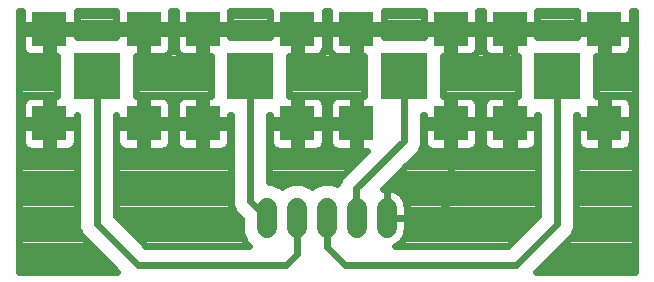
<source format=gbr>
G75*
%MOIN*%
%OFA0B0*%
%FSLAX25Y25*%
%IPPOS*%
%LPD*%
%AMOC8*
5,1,8,0,0,1.08239X$1,22.5*
%
%ADD10R,0.11811X0.11811*%
%ADD11R,0.15748X0.15748*%
%ADD12C,0.06693*%
%ADD13C,0.02400*%
D10*
X0042123Y0061255D03*
X0073619Y0061255D03*
X0093304Y0061255D03*
X0124800Y0061255D03*
X0144485Y0061255D03*
X0175981Y0061255D03*
X0195666Y0061255D03*
X0227162Y0061255D03*
X0227162Y0092751D03*
X0195666Y0092751D03*
X0175981Y0092751D03*
X0144485Y0092751D03*
X0124800Y0092751D03*
X0093304Y0092751D03*
X0073619Y0092751D03*
X0042123Y0092751D03*
D11*
X0057871Y0077003D03*
X0109052Y0077003D03*
X0160233Y0077003D03*
X0211414Y0077003D03*
D12*
X0154642Y0033106D02*
X0154642Y0026413D01*
X0144642Y0026413D02*
X0144642Y0033106D01*
X0134642Y0033106D02*
X0134642Y0026413D01*
X0124642Y0026413D02*
X0124642Y0033106D01*
X0114642Y0033106D02*
X0114642Y0026413D01*
D13*
X0032075Y0011837D02*
X0032075Y0098862D01*
X0033017Y0098862D01*
X0033017Y0093951D01*
X0040923Y0093951D01*
X0040923Y0091551D01*
X0043323Y0091551D01*
X0043323Y0093951D01*
X0051228Y0093951D01*
X0051228Y0098862D01*
X0064513Y0098862D01*
X0064513Y0093951D01*
X0072419Y0093951D01*
X0072419Y0091551D01*
X0074819Y0091551D01*
X0074819Y0093951D01*
X0082724Y0093951D01*
X0082724Y0098862D01*
X0084198Y0098862D01*
X0084198Y0093951D01*
X0092104Y0093951D01*
X0092104Y0091551D01*
X0094504Y0091551D01*
X0094504Y0093951D01*
X0102409Y0093951D01*
X0102409Y0098862D01*
X0115694Y0098862D01*
X0115694Y0093951D01*
X0123600Y0093951D01*
X0123600Y0091551D01*
X0126000Y0091551D01*
X0126000Y0093951D01*
X0133905Y0093951D01*
X0133905Y0098862D01*
X0135379Y0098862D01*
X0135379Y0093951D01*
X0143285Y0093951D01*
X0143285Y0091551D01*
X0145685Y0091551D01*
X0145685Y0083646D01*
X0147159Y0083646D01*
X0147159Y0070361D01*
X0145685Y0070361D01*
X0145685Y0062455D01*
X0143285Y0062455D01*
X0143285Y0060055D01*
X0145685Y0060055D01*
X0145685Y0052150D01*
X0147982Y0052150D01*
X0140860Y0045027D01*
X0139059Y0043227D01*
X0138105Y0040922D01*
X0136342Y0041652D01*
X0132942Y0041652D01*
X0129801Y0040351D01*
X0129642Y0040192D01*
X0129484Y0040351D01*
X0126342Y0041652D01*
X0122942Y0041652D01*
X0119801Y0040351D01*
X0119642Y0040192D01*
X0119484Y0040351D01*
X0116342Y0041652D01*
X0115452Y0041652D01*
X0115452Y0063929D01*
X0115694Y0063929D01*
X0115694Y0062455D01*
X0123600Y0062455D01*
X0123600Y0070361D01*
X0122126Y0070361D01*
X0122126Y0083646D01*
X0123600Y0083646D01*
X0123600Y0091551D01*
X0115694Y0091551D01*
X0115694Y0090077D01*
X0102409Y0090077D01*
X0102409Y0091551D01*
X0094504Y0091551D01*
X0094504Y0083646D01*
X0095978Y0083646D01*
X0095978Y0070361D01*
X0094504Y0070361D01*
X0094504Y0062455D01*
X0102409Y0062455D01*
X0102409Y0063929D01*
X0102652Y0063929D01*
X0102652Y0034077D01*
X0103626Y0031724D01*
X0106096Y0029255D01*
X0106096Y0024713D01*
X0107397Y0021571D01*
X0108557Y0020411D01*
X0074301Y0020411D01*
X0064271Y0030442D01*
X0064271Y0063929D01*
X0064513Y0063929D01*
X0064513Y0062455D01*
X0072419Y0062455D01*
X0072419Y0070361D01*
X0070945Y0070361D01*
X0070945Y0083646D01*
X0072419Y0083646D01*
X0072419Y0091551D01*
X0064513Y0091551D01*
X0064513Y0090077D01*
X0051228Y0090077D01*
X0051228Y0091551D01*
X0043323Y0091551D01*
X0043323Y0083646D01*
X0044797Y0083646D01*
X0044797Y0070361D01*
X0043323Y0070361D01*
X0043323Y0062455D01*
X0051228Y0062455D01*
X0051228Y0063929D01*
X0051471Y0063929D01*
X0051471Y0026518D01*
X0052445Y0024165D01*
X0054245Y0022365D01*
X0064773Y0011837D01*
X0032075Y0011837D01*
X0032075Y0013333D02*
X0063278Y0013333D01*
X0060879Y0015731D02*
X0032075Y0015731D01*
X0032075Y0018130D02*
X0058481Y0018130D01*
X0056082Y0020528D02*
X0032075Y0020528D01*
X0032075Y0022927D02*
X0053684Y0022927D01*
X0051965Y0025325D02*
X0032075Y0025325D01*
X0032075Y0027724D02*
X0051471Y0027724D01*
X0051471Y0030122D02*
X0032075Y0030122D01*
X0032075Y0032521D02*
X0051471Y0032521D01*
X0051471Y0034919D02*
X0032075Y0034919D01*
X0032075Y0037318D02*
X0051471Y0037318D01*
X0051471Y0039716D02*
X0032075Y0039716D01*
X0032075Y0042115D02*
X0051471Y0042115D01*
X0051471Y0044513D02*
X0032075Y0044513D01*
X0032075Y0046912D02*
X0051471Y0046912D01*
X0051471Y0049310D02*
X0032075Y0049310D01*
X0032075Y0051709D02*
X0051471Y0051709D01*
X0050068Y0052864D02*
X0050514Y0053310D01*
X0050864Y0053834D01*
X0051105Y0054416D01*
X0051228Y0055034D01*
X0051228Y0060055D01*
X0043323Y0060055D01*
X0043323Y0062455D01*
X0040923Y0062455D01*
X0040923Y0070361D01*
X0035902Y0070361D01*
X0035284Y0070238D01*
X0034701Y0069996D01*
X0034177Y0069646D01*
X0033732Y0069201D01*
X0033381Y0068676D01*
X0033140Y0068094D01*
X0033017Y0067476D01*
X0033017Y0062455D01*
X0040923Y0062455D01*
X0040923Y0060055D01*
X0043323Y0060055D01*
X0043323Y0052150D01*
X0048343Y0052150D01*
X0048962Y0052273D01*
X0049544Y0052514D01*
X0050068Y0052864D01*
X0050977Y0054107D02*
X0051471Y0054107D01*
X0051471Y0056506D02*
X0051228Y0056506D01*
X0051228Y0058904D02*
X0051471Y0058904D01*
X0051471Y0061303D02*
X0043323Y0061303D01*
X0040923Y0061303D02*
X0032075Y0061303D01*
X0033017Y0060055D02*
X0033017Y0055034D01*
X0033140Y0054416D01*
X0033381Y0053834D01*
X0033732Y0053310D01*
X0034177Y0052864D01*
X0034701Y0052514D01*
X0035284Y0052273D01*
X0035902Y0052150D01*
X0040923Y0052150D01*
X0040923Y0060055D01*
X0033017Y0060055D01*
X0033017Y0058904D02*
X0032075Y0058904D01*
X0032075Y0056506D02*
X0033017Y0056506D01*
X0033268Y0054107D02*
X0032075Y0054107D01*
X0040923Y0054107D02*
X0043323Y0054107D01*
X0043323Y0056506D02*
X0040923Y0056506D01*
X0040923Y0058904D02*
X0043323Y0058904D01*
X0043323Y0063701D02*
X0040923Y0063701D01*
X0040923Y0066100D02*
X0043323Y0066100D01*
X0043323Y0068498D02*
X0040923Y0068498D01*
X0044797Y0070897D02*
X0032075Y0070897D01*
X0032075Y0068498D02*
X0033308Y0068498D01*
X0033017Y0066100D02*
X0032075Y0066100D01*
X0032075Y0063701D02*
X0033017Y0063701D01*
X0032075Y0073295D02*
X0044797Y0073295D01*
X0044797Y0075694D02*
X0032075Y0075694D01*
X0032075Y0078092D02*
X0044797Y0078092D01*
X0044797Y0080491D02*
X0032075Y0080491D01*
X0032075Y0082889D02*
X0044797Y0082889D01*
X0040923Y0083646D02*
X0040923Y0091551D01*
X0033017Y0091551D01*
X0033017Y0086530D01*
X0033140Y0085912D01*
X0033381Y0085330D01*
X0033732Y0084806D01*
X0034177Y0084360D01*
X0034701Y0084010D01*
X0035284Y0083769D01*
X0035902Y0083646D01*
X0040923Y0083646D01*
X0040923Y0085288D02*
X0043323Y0085288D01*
X0043323Y0087686D02*
X0040923Y0087686D01*
X0040923Y0090085D02*
X0043323Y0090085D01*
X0043323Y0092483D02*
X0072419Y0092483D01*
X0074819Y0092483D02*
X0092104Y0092483D01*
X0092104Y0091551D02*
X0084198Y0091551D01*
X0084198Y0086530D01*
X0084321Y0085912D01*
X0084562Y0085330D01*
X0084913Y0084806D01*
X0085358Y0084360D01*
X0085883Y0084010D01*
X0086465Y0083769D01*
X0087083Y0083646D01*
X0092104Y0083646D01*
X0092104Y0091551D01*
X0092104Y0090085D02*
X0094504Y0090085D01*
X0094504Y0092483D02*
X0123600Y0092483D01*
X0126000Y0092483D02*
X0143285Y0092483D01*
X0143285Y0091551D02*
X0135379Y0091551D01*
X0135379Y0086530D01*
X0135502Y0085912D01*
X0135744Y0085330D01*
X0136094Y0084806D01*
X0136540Y0084360D01*
X0137064Y0084010D01*
X0137646Y0083769D01*
X0138264Y0083646D01*
X0143285Y0083646D01*
X0143285Y0091551D01*
X0143285Y0090085D02*
X0145685Y0090085D01*
X0145685Y0091551D02*
X0145685Y0093951D01*
X0153590Y0093951D01*
X0153590Y0098862D01*
X0166875Y0098862D01*
X0166875Y0093951D01*
X0174781Y0093951D01*
X0174781Y0091551D01*
X0177181Y0091551D01*
X0177181Y0083646D01*
X0182202Y0083646D01*
X0182820Y0083769D01*
X0183402Y0084010D01*
X0183926Y0084360D01*
X0184372Y0084806D01*
X0184722Y0085330D01*
X0184963Y0085912D01*
X0185086Y0086530D01*
X0185086Y0091551D01*
X0177181Y0091551D01*
X0177181Y0093951D01*
X0185086Y0093951D01*
X0185086Y0098862D01*
X0186560Y0098862D01*
X0186560Y0093951D01*
X0194466Y0093951D01*
X0194466Y0091551D01*
X0196866Y0091551D01*
X0196866Y0083646D01*
X0198340Y0083646D01*
X0198340Y0070361D01*
X0196866Y0070361D01*
X0196866Y0062455D01*
X0204772Y0062455D01*
X0204772Y0063929D01*
X0205014Y0063929D01*
X0205014Y0030442D01*
X0194984Y0020411D01*
X0157260Y0020411D01*
X0157544Y0020529D01*
X0158287Y0020958D01*
X0158968Y0021480D01*
X0159575Y0022087D01*
X0160097Y0022768D01*
X0160526Y0023511D01*
X0160855Y0024304D01*
X0161077Y0025133D01*
X0161189Y0025984D01*
X0161189Y0029759D01*
X0154643Y0029759D01*
X0161189Y0029759D01*
X0161189Y0033535D01*
X0161077Y0034385D01*
X0160855Y0035214D01*
X0160526Y0036007D01*
X0160097Y0036750D01*
X0159575Y0037431D01*
X0158968Y0038038D01*
X0158287Y0038560D01*
X0157544Y0038989D01*
X0156751Y0039318D01*
X0155922Y0039540D01*
X0155071Y0039652D01*
X0154642Y0039652D01*
X0154213Y0039652D01*
X0153491Y0039557D01*
X0165659Y0051724D01*
X0166633Y0054077D01*
X0166633Y0063929D01*
X0166875Y0063929D01*
X0166875Y0062455D01*
X0174781Y0062455D01*
X0174781Y0060055D01*
X0177181Y0060055D01*
X0177181Y0052150D01*
X0182202Y0052150D01*
X0182820Y0052273D01*
X0183402Y0052514D01*
X0183926Y0052864D01*
X0184372Y0053310D01*
X0184722Y0053834D01*
X0184963Y0054416D01*
X0185086Y0055034D01*
X0185086Y0060055D01*
X0177181Y0060055D01*
X0177181Y0062455D01*
X0185086Y0062455D01*
X0185086Y0067476D01*
X0184963Y0068094D01*
X0184722Y0068676D01*
X0184372Y0069201D01*
X0183926Y0069646D01*
X0183402Y0069996D01*
X0182820Y0070238D01*
X0182202Y0070361D01*
X0177181Y0070361D01*
X0177181Y0062455D01*
X0174781Y0062455D01*
X0174781Y0070361D01*
X0173307Y0070361D01*
X0173307Y0083646D01*
X0174781Y0083646D01*
X0174781Y0091551D01*
X0166875Y0091551D01*
X0166875Y0090077D01*
X0153590Y0090077D01*
X0153590Y0091551D01*
X0145685Y0091551D01*
X0145685Y0092483D02*
X0174781Y0092483D01*
X0177181Y0092483D02*
X0194466Y0092483D01*
X0194466Y0091551D02*
X0186560Y0091551D01*
X0186560Y0086530D01*
X0186683Y0085912D01*
X0186925Y0085330D01*
X0187275Y0084806D01*
X0187721Y0084360D01*
X0188245Y0084010D01*
X0188827Y0083769D01*
X0189445Y0083646D01*
X0194466Y0083646D01*
X0194466Y0091551D01*
X0194466Y0090085D02*
X0196866Y0090085D01*
X0196866Y0091551D02*
X0196866Y0093951D01*
X0204772Y0093951D01*
X0204772Y0098862D01*
X0218057Y0098862D01*
X0218057Y0093951D01*
X0225962Y0093951D01*
X0225962Y0091551D01*
X0228362Y0091551D01*
X0228362Y0083646D01*
X0233383Y0083646D01*
X0234001Y0083769D01*
X0234583Y0084010D01*
X0235107Y0084360D01*
X0235553Y0084806D01*
X0235903Y0085330D01*
X0236145Y0085912D01*
X0236268Y0086530D01*
X0236268Y0091551D01*
X0228362Y0091551D01*
X0228362Y0093951D01*
X0236268Y0093951D01*
X0236268Y0098862D01*
X0237210Y0098862D01*
X0237210Y0011837D01*
X0204511Y0011837D01*
X0215039Y0022365D01*
X0215039Y0022365D01*
X0216840Y0024165D01*
X0217814Y0026518D01*
X0217814Y0063929D01*
X0218057Y0063929D01*
X0218057Y0062455D01*
X0225962Y0062455D01*
X0225962Y0060055D01*
X0228362Y0060055D01*
X0228362Y0052150D01*
X0233383Y0052150D01*
X0234001Y0052273D01*
X0234583Y0052514D01*
X0235107Y0052864D01*
X0235553Y0053310D01*
X0235903Y0053834D01*
X0236145Y0054416D01*
X0236268Y0055034D01*
X0236268Y0060055D01*
X0228362Y0060055D01*
X0228362Y0062455D01*
X0236268Y0062455D01*
X0236268Y0067476D01*
X0236145Y0068094D01*
X0235903Y0068676D01*
X0235553Y0069201D01*
X0235107Y0069646D01*
X0234583Y0069996D01*
X0234001Y0070238D01*
X0233383Y0070361D01*
X0228362Y0070361D01*
X0228362Y0062455D01*
X0225962Y0062455D01*
X0225962Y0070361D01*
X0224488Y0070361D01*
X0224488Y0083646D01*
X0225962Y0083646D01*
X0225962Y0091551D01*
X0218057Y0091551D01*
X0218057Y0090077D01*
X0204772Y0090077D01*
X0204772Y0091551D01*
X0196866Y0091551D01*
X0196866Y0092483D02*
X0225962Y0092483D01*
X0228362Y0092483D02*
X0237210Y0092483D01*
X0237210Y0090085D02*
X0236268Y0090085D01*
X0236268Y0087686D02*
X0237210Y0087686D01*
X0237210Y0085288D02*
X0235875Y0085288D01*
X0237210Y0082889D02*
X0224488Y0082889D01*
X0224488Y0080491D02*
X0237210Y0080491D01*
X0237210Y0078092D02*
X0224488Y0078092D01*
X0224488Y0075694D02*
X0237210Y0075694D01*
X0237210Y0073295D02*
X0224488Y0073295D01*
X0224488Y0070897D02*
X0237210Y0070897D01*
X0237210Y0068498D02*
X0235977Y0068498D01*
X0236268Y0066100D02*
X0237210Y0066100D01*
X0237210Y0063701D02*
X0236268Y0063701D01*
X0237210Y0061303D02*
X0228362Y0061303D01*
X0225962Y0061303D02*
X0217814Y0061303D01*
X0218057Y0060055D02*
X0218057Y0055034D01*
X0218180Y0054416D01*
X0218421Y0053834D01*
X0218771Y0053310D01*
X0219217Y0052864D01*
X0219741Y0052514D01*
X0220323Y0052273D01*
X0220941Y0052150D01*
X0225962Y0052150D01*
X0225962Y0060055D01*
X0218057Y0060055D01*
X0218057Y0058904D02*
X0217814Y0058904D01*
X0217814Y0056506D02*
X0218057Y0056506D01*
X0217814Y0054107D02*
X0218308Y0054107D01*
X0217814Y0051709D02*
X0237210Y0051709D01*
X0237210Y0054107D02*
X0236017Y0054107D01*
X0236268Y0056506D02*
X0237210Y0056506D01*
X0237210Y0058904D02*
X0236268Y0058904D01*
X0228362Y0058904D02*
X0225962Y0058904D01*
X0225962Y0056506D02*
X0228362Y0056506D01*
X0228362Y0054107D02*
X0225962Y0054107D01*
X0217814Y0049310D02*
X0237210Y0049310D01*
X0237210Y0046912D02*
X0217814Y0046912D01*
X0217814Y0044513D02*
X0237210Y0044513D01*
X0237210Y0042115D02*
X0217814Y0042115D01*
X0217814Y0039716D02*
X0237210Y0039716D01*
X0237210Y0037318D02*
X0217814Y0037318D01*
X0217814Y0034919D02*
X0237210Y0034919D01*
X0237210Y0032521D02*
X0217814Y0032521D01*
X0217814Y0030122D02*
X0237210Y0030122D01*
X0237210Y0027724D02*
X0217814Y0027724D01*
X0217320Y0025325D02*
X0237210Y0025325D01*
X0237210Y0022927D02*
X0215601Y0022927D01*
X0213203Y0020528D02*
X0237210Y0020528D01*
X0237210Y0018130D02*
X0210804Y0018130D01*
X0208405Y0015731D02*
X0237210Y0015731D01*
X0237210Y0013333D02*
X0206007Y0013333D01*
X0197635Y0014011D02*
X0140548Y0014011D01*
X0134642Y0019917D01*
X0134642Y0029759D01*
X0144485Y0029917D02*
X0144642Y0029759D01*
X0144485Y0029917D02*
X0144485Y0039602D01*
X0160233Y0055350D01*
X0160233Y0077003D01*
X0173307Y0078092D02*
X0198340Y0078092D01*
X0198340Y0075694D02*
X0173307Y0075694D01*
X0173307Y0073295D02*
X0198340Y0073295D01*
X0198340Y0070897D02*
X0173307Y0070897D01*
X0174781Y0068498D02*
X0177181Y0068498D01*
X0177181Y0066100D02*
X0174781Y0066100D01*
X0174781Y0063701D02*
X0177181Y0063701D01*
X0177181Y0061303D02*
X0194466Y0061303D01*
X0194466Y0062455D02*
X0194466Y0060055D01*
X0196866Y0060055D01*
X0196866Y0052150D01*
X0201887Y0052150D01*
X0202505Y0052273D01*
X0203087Y0052514D01*
X0203611Y0052864D01*
X0204057Y0053310D01*
X0204407Y0053834D01*
X0204649Y0054416D01*
X0204772Y0055034D01*
X0204772Y0060055D01*
X0196866Y0060055D01*
X0196866Y0062455D01*
X0194466Y0062455D01*
X0186560Y0062455D01*
X0186560Y0067476D01*
X0186683Y0068094D01*
X0186925Y0068676D01*
X0187275Y0069201D01*
X0187721Y0069646D01*
X0188245Y0069996D01*
X0188827Y0070238D01*
X0189445Y0070361D01*
X0194466Y0070361D01*
X0194466Y0062455D01*
X0194466Y0063701D02*
X0196866Y0063701D01*
X0196866Y0061303D02*
X0205014Y0061303D01*
X0205014Y0063701D02*
X0204772Y0063701D01*
X0196866Y0066100D02*
X0194466Y0066100D01*
X0194466Y0068498D02*
X0196866Y0068498D01*
X0186851Y0068498D02*
X0184796Y0068498D01*
X0185086Y0066100D02*
X0186560Y0066100D01*
X0186560Y0063701D02*
X0185086Y0063701D01*
X0186560Y0060055D02*
X0186560Y0055034D01*
X0186683Y0054416D01*
X0186925Y0053834D01*
X0187275Y0053310D01*
X0187721Y0052864D01*
X0188245Y0052514D01*
X0188827Y0052273D01*
X0189445Y0052150D01*
X0194466Y0052150D01*
X0194466Y0060055D01*
X0186560Y0060055D01*
X0186560Y0058904D02*
X0185086Y0058904D01*
X0185086Y0056506D02*
X0186560Y0056506D01*
X0186811Y0054107D02*
X0184836Y0054107D01*
X0177181Y0054107D02*
X0174781Y0054107D01*
X0174781Y0052150D02*
X0174781Y0060055D01*
X0166875Y0060055D01*
X0166875Y0055034D01*
X0166998Y0054416D01*
X0167240Y0053834D01*
X0167590Y0053310D01*
X0168036Y0052864D01*
X0168560Y0052514D01*
X0169142Y0052273D01*
X0169760Y0052150D01*
X0174781Y0052150D01*
X0174781Y0056506D02*
X0177181Y0056506D01*
X0177181Y0058904D02*
X0174781Y0058904D01*
X0174781Y0061303D02*
X0166633Y0061303D01*
X0166633Y0063701D02*
X0166875Y0063701D01*
X0175981Y0061255D02*
X0175981Y0035665D01*
X0170075Y0029759D01*
X0154642Y0029759D01*
X0154642Y0039652D01*
X0154642Y0029759D01*
X0154642Y0029759D01*
X0154643Y0029759D02*
X0154643Y0029759D01*
X0154642Y0030122D02*
X0154642Y0030122D01*
X0154642Y0032521D02*
X0154642Y0032521D01*
X0154642Y0034919D02*
X0154642Y0034919D01*
X0154642Y0037318D02*
X0154642Y0037318D01*
X0153650Y0039716D02*
X0205014Y0039716D01*
X0205014Y0037318D02*
X0159662Y0037318D01*
X0160934Y0034919D02*
X0205014Y0034919D01*
X0205014Y0032521D02*
X0161189Y0032521D01*
X0161189Y0030122D02*
X0204695Y0030122D01*
X0202296Y0027724D02*
X0161189Y0027724D01*
X0161102Y0025325D02*
X0199898Y0025325D01*
X0197499Y0022927D02*
X0160189Y0022927D01*
X0157543Y0020528D02*
X0195101Y0020528D01*
X0197635Y0014011D02*
X0211414Y0027791D01*
X0211414Y0077003D01*
X0198340Y0080491D02*
X0173307Y0080491D01*
X0173307Y0082889D02*
X0198340Y0082889D01*
X0196866Y0085288D02*
X0194466Y0085288D01*
X0194466Y0087686D02*
X0196866Y0087686D01*
X0204772Y0090085D02*
X0218057Y0090085D01*
X0225962Y0090085D02*
X0228362Y0090085D01*
X0228362Y0087686D02*
X0225962Y0087686D01*
X0225962Y0085288D02*
X0228362Y0085288D01*
X0236268Y0094882D02*
X0237210Y0094882D01*
X0237210Y0097280D02*
X0236268Y0097280D01*
X0218057Y0097280D02*
X0204772Y0097280D01*
X0204772Y0094882D02*
X0218057Y0094882D01*
X0186953Y0085288D02*
X0184694Y0085288D01*
X0185086Y0087686D02*
X0186560Y0087686D01*
X0186560Y0090085D02*
X0185086Y0090085D01*
X0177181Y0090085D02*
X0174781Y0090085D01*
X0174781Y0087686D02*
X0177181Y0087686D01*
X0177181Y0085288D02*
X0174781Y0085288D01*
X0166875Y0090085D02*
X0153590Y0090085D01*
X0145685Y0087686D02*
X0143285Y0087686D01*
X0143285Y0085288D02*
X0145685Y0085288D01*
X0147159Y0082889D02*
X0122126Y0082889D01*
X0126000Y0083646D02*
X0131021Y0083646D01*
X0131639Y0083769D01*
X0132221Y0084010D01*
X0132745Y0084360D01*
X0133191Y0084806D01*
X0133541Y0085330D01*
X0133782Y0085912D01*
X0133905Y0086530D01*
X0133905Y0091551D01*
X0126000Y0091551D01*
X0126000Y0083646D01*
X0126000Y0085288D02*
X0123600Y0085288D01*
X0123600Y0087686D02*
X0126000Y0087686D01*
X0126000Y0090085D02*
X0123600Y0090085D01*
X0115694Y0090085D02*
X0102409Y0090085D01*
X0102409Y0094882D02*
X0115694Y0094882D01*
X0115694Y0097280D02*
X0102409Y0097280D01*
X0094504Y0087686D02*
X0092104Y0087686D01*
X0092104Y0085288D02*
X0094504Y0085288D01*
X0095978Y0082889D02*
X0070945Y0082889D01*
X0070945Y0080491D02*
X0095978Y0080491D01*
X0095978Y0078092D02*
X0070945Y0078092D01*
X0070945Y0075694D02*
X0095978Y0075694D01*
X0095978Y0073295D02*
X0070945Y0073295D01*
X0070945Y0070897D02*
X0095978Y0070897D01*
X0094504Y0068498D02*
X0092104Y0068498D01*
X0092104Y0070361D02*
X0087083Y0070361D01*
X0086465Y0070238D01*
X0085883Y0069996D01*
X0085358Y0069646D01*
X0084913Y0069201D01*
X0084562Y0068676D01*
X0084321Y0068094D01*
X0084198Y0067476D01*
X0084198Y0062455D01*
X0092104Y0062455D01*
X0092104Y0070361D01*
X0092104Y0066100D02*
X0094504Y0066100D01*
X0094504Y0063701D02*
X0092104Y0063701D01*
X0092104Y0062455D02*
X0094504Y0062455D01*
X0094504Y0060055D01*
X0102409Y0060055D01*
X0102409Y0055034D01*
X0102286Y0054416D01*
X0102045Y0053834D01*
X0101695Y0053310D01*
X0101249Y0052864D01*
X0100725Y0052514D01*
X0100143Y0052273D01*
X0099524Y0052150D01*
X0094504Y0052150D01*
X0094504Y0060055D01*
X0092104Y0060055D01*
X0092104Y0052150D01*
X0087083Y0052150D01*
X0086465Y0052273D01*
X0085883Y0052514D01*
X0085358Y0052864D01*
X0084913Y0053310D01*
X0084562Y0053834D01*
X0084321Y0054416D01*
X0084198Y0055034D01*
X0084198Y0060055D01*
X0092104Y0060055D01*
X0092104Y0062455D01*
X0092104Y0061303D02*
X0074819Y0061303D01*
X0074819Y0062455D02*
X0074819Y0060055D01*
X0082724Y0060055D01*
X0082724Y0055034D01*
X0082601Y0054416D01*
X0082360Y0053834D01*
X0082010Y0053310D01*
X0081564Y0052864D01*
X0081040Y0052514D01*
X0080458Y0052273D01*
X0079839Y0052150D01*
X0074819Y0052150D01*
X0074819Y0060055D01*
X0072419Y0060055D01*
X0072419Y0052150D01*
X0067398Y0052150D01*
X0066780Y0052273D01*
X0066197Y0052514D01*
X0065673Y0052864D01*
X0065228Y0053310D01*
X0064877Y0053834D01*
X0064636Y0054416D01*
X0064513Y0055034D01*
X0064513Y0060055D01*
X0072419Y0060055D01*
X0072419Y0062455D01*
X0074819Y0062455D01*
X0082724Y0062455D01*
X0082724Y0067476D01*
X0082601Y0068094D01*
X0082360Y0068676D01*
X0082010Y0069201D01*
X0081564Y0069646D01*
X0081040Y0069996D01*
X0080458Y0070238D01*
X0079839Y0070361D01*
X0074819Y0070361D01*
X0074819Y0062455D01*
X0074819Y0063701D02*
X0072419Y0063701D01*
X0072419Y0061303D02*
X0064271Y0061303D01*
X0064271Y0063701D02*
X0064513Y0063701D01*
X0064513Y0058904D02*
X0064271Y0058904D01*
X0064271Y0056506D02*
X0064513Y0056506D01*
X0064271Y0054107D02*
X0064764Y0054107D01*
X0064271Y0051709D02*
X0102652Y0051709D01*
X0102652Y0054107D02*
X0102158Y0054107D01*
X0102409Y0056506D02*
X0102652Y0056506D01*
X0102652Y0058904D02*
X0102409Y0058904D01*
X0102652Y0061303D02*
X0094504Y0061303D01*
X0094504Y0058904D02*
X0092104Y0058904D01*
X0092104Y0056506D02*
X0094504Y0056506D01*
X0094504Y0054107D02*
X0092104Y0054107D01*
X0084449Y0054107D02*
X0082473Y0054107D01*
X0082724Y0056506D02*
X0084198Y0056506D01*
X0084198Y0058904D02*
X0082724Y0058904D01*
X0074819Y0058904D02*
X0072419Y0058904D01*
X0072419Y0056506D02*
X0074819Y0056506D01*
X0074819Y0054107D02*
X0072419Y0054107D01*
X0064271Y0049310D02*
X0102652Y0049310D01*
X0102652Y0046912D02*
X0064271Y0046912D01*
X0064271Y0044513D02*
X0102652Y0044513D01*
X0102652Y0042115D02*
X0064271Y0042115D01*
X0064271Y0039716D02*
X0102652Y0039716D01*
X0102652Y0037318D02*
X0064271Y0037318D01*
X0064271Y0034919D02*
X0102652Y0034919D01*
X0103296Y0032521D02*
X0064271Y0032521D01*
X0064590Y0030122D02*
X0105228Y0030122D01*
X0106096Y0027724D02*
X0066989Y0027724D01*
X0069387Y0025325D02*
X0106096Y0025325D01*
X0106836Y0022927D02*
X0071786Y0022927D01*
X0074184Y0020528D02*
X0108440Y0020528D01*
X0120863Y0014011D02*
X0124642Y0017791D01*
X0124642Y0029759D01*
X0114642Y0029759D02*
X0109052Y0035350D01*
X0109052Y0077003D01*
X0122126Y0078092D02*
X0147159Y0078092D01*
X0147159Y0075694D02*
X0122126Y0075694D01*
X0122126Y0073295D02*
X0147159Y0073295D01*
X0147159Y0070897D02*
X0122126Y0070897D01*
X0123600Y0068498D02*
X0126000Y0068498D01*
X0126000Y0070361D02*
X0126000Y0062455D01*
X0133905Y0062455D01*
X0133905Y0067476D01*
X0133782Y0068094D01*
X0133541Y0068676D01*
X0133191Y0069201D01*
X0132745Y0069646D01*
X0132221Y0069996D01*
X0131639Y0070238D01*
X0131021Y0070361D01*
X0126000Y0070361D01*
X0126000Y0066100D02*
X0123600Y0066100D01*
X0123600Y0063701D02*
X0126000Y0063701D01*
X0126000Y0062455D02*
X0123600Y0062455D01*
X0123600Y0060055D01*
X0126000Y0060055D01*
X0126000Y0062455D01*
X0126000Y0061303D02*
X0143285Y0061303D01*
X0143285Y0062455D02*
X0135379Y0062455D01*
X0135379Y0067476D01*
X0135502Y0068094D01*
X0135744Y0068676D01*
X0136094Y0069201D01*
X0136540Y0069646D01*
X0137064Y0069996D01*
X0137646Y0070238D01*
X0138264Y0070361D01*
X0143285Y0070361D01*
X0143285Y0062455D01*
X0143285Y0063701D02*
X0145685Y0063701D01*
X0145685Y0066100D02*
X0143285Y0066100D01*
X0143285Y0068498D02*
X0145685Y0068498D01*
X0135670Y0068498D02*
X0133615Y0068498D01*
X0133905Y0066100D02*
X0135379Y0066100D01*
X0135379Y0063701D02*
X0133905Y0063701D01*
X0133905Y0060055D02*
X0126000Y0060055D01*
X0126000Y0052150D01*
X0131021Y0052150D01*
X0131639Y0052273D01*
X0132221Y0052514D01*
X0132745Y0052864D01*
X0133191Y0053310D01*
X0133541Y0053834D01*
X0133782Y0054416D01*
X0133905Y0055034D01*
X0133905Y0060055D01*
X0133905Y0058904D02*
X0135379Y0058904D01*
X0135379Y0060055D02*
X0135379Y0055034D01*
X0135502Y0054416D01*
X0135744Y0053834D01*
X0136094Y0053310D01*
X0136540Y0052864D01*
X0137064Y0052514D01*
X0137646Y0052273D01*
X0138264Y0052150D01*
X0143285Y0052150D01*
X0143285Y0060055D01*
X0135379Y0060055D01*
X0135379Y0056506D02*
X0133905Y0056506D01*
X0133654Y0054107D02*
X0135630Y0054107D01*
X0143285Y0054107D02*
X0145685Y0054107D01*
X0147541Y0051709D02*
X0115452Y0051709D01*
X0116854Y0052864D02*
X0117379Y0052514D01*
X0117961Y0052273D01*
X0118579Y0052150D01*
X0123600Y0052150D01*
X0123600Y0060055D01*
X0115694Y0060055D01*
X0115694Y0055034D01*
X0115817Y0054416D01*
X0116059Y0053834D01*
X0116409Y0053310D01*
X0116854Y0052864D01*
X0115945Y0054107D02*
X0115452Y0054107D01*
X0115452Y0056506D02*
X0115694Y0056506D01*
X0115694Y0058904D02*
X0115452Y0058904D01*
X0115452Y0061303D02*
X0123600Y0061303D01*
X0123600Y0058904D02*
X0126000Y0058904D01*
X0126000Y0056506D02*
X0123600Y0056506D01*
X0123600Y0054107D02*
X0126000Y0054107D01*
X0115452Y0049310D02*
X0145143Y0049310D01*
X0142744Y0046912D02*
X0115452Y0046912D01*
X0115452Y0044513D02*
X0140346Y0044513D01*
X0138599Y0042115D02*
X0115452Y0042115D01*
X0143285Y0056506D02*
X0145685Y0056506D01*
X0145685Y0058904D02*
X0143285Y0058904D01*
X0163245Y0049310D02*
X0205014Y0049310D01*
X0205014Y0046912D02*
X0160846Y0046912D01*
X0158447Y0044513D02*
X0205014Y0044513D01*
X0205014Y0042115D02*
X0156049Y0042115D01*
X0165643Y0051709D02*
X0205014Y0051709D01*
X0205014Y0054107D02*
X0204521Y0054107D01*
X0204772Y0056506D02*
X0205014Y0056506D01*
X0205014Y0058904D02*
X0204772Y0058904D01*
X0196866Y0058904D02*
X0194466Y0058904D01*
X0194466Y0056506D02*
X0196866Y0056506D01*
X0196866Y0054107D02*
X0194466Y0054107D01*
X0217814Y0063701D02*
X0218057Y0063701D01*
X0225962Y0063701D02*
X0228362Y0063701D01*
X0228362Y0066100D02*
X0225962Y0066100D01*
X0225962Y0068498D02*
X0228362Y0068498D01*
X0186560Y0094882D02*
X0185086Y0094882D01*
X0185086Y0097280D02*
X0186560Y0097280D01*
X0166875Y0097280D02*
X0153590Y0097280D01*
X0153590Y0094882D02*
X0166875Y0094882D01*
X0147159Y0080491D02*
X0122126Y0080491D01*
X0133513Y0085288D02*
X0135772Y0085288D01*
X0135379Y0087686D02*
X0133905Y0087686D01*
X0133905Y0090085D02*
X0135379Y0090085D01*
X0135379Y0094882D02*
X0133905Y0094882D01*
X0133905Y0097280D02*
X0135379Y0097280D01*
X0084198Y0097280D02*
X0082724Y0097280D01*
X0082724Y0094882D02*
X0084198Y0094882D01*
X0082724Y0091551D02*
X0074819Y0091551D01*
X0074819Y0083646D01*
X0079839Y0083646D01*
X0080458Y0083769D01*
X0081040Y0084010D01*
X0081564Y0084360D01*
X0082010Y0084806D01*
X0082360Y0085330D01*
X0082601Y0085912D01*
X0082724Y0086530D01*
X0082724Y0091551D01*
X0082724Y0090085D02*
X0084198Y0090085D01*
X0084198Y0087686D02*
X0082724Y0087686D01*
X0082332Y0085288D02*
X0084591Y0085288D01*
X0074819Y0085288D02*
X0072419Y0085288D01*
X0072419Y0087686D02*
X0074819Y0087686D01*
X0074819Y0090085D02*
X0072419Y0090085D01*
X0064513Y0090085D02*
X0051228Y0090085D01*
X0051228Y0094882D02*
X0064513Y0094882D01*
X0064513Y0097280D02*
X0051228Y0097280D01*
X0040923Y0092483D02*
X0032075Y0092483D01*
X0032075Y0090085D02*
X0033017Y0090085D01*
X0033017Y0087686D02*
X0032075Y0087686D01*
X0032075Y0085288D02*
X0033409Y0085288D01*
X0033017Y0094882D02*
X0032075Y0094882D01*
X0032075Y0097280D02*
X0033017Y0097280D01*
X0057871Y0077003D02*
X0057871Y0027791D01*
X0071650Y0014011D01*
X0120863Y0014011D01*
X0166633Y0054107D02*
X0167126Y0054107D01*
X0166875Y0056506D02*
X0166633Y0056506D01*
X0166633Y0058904D02*
X0166875Y0058904D01*
X0115694Y0063701D02*
X0115452Y0063701D01*
X0102652Y0063701D02*
X0102409Y0063701D01*
X0084198Y0063701D02*
X0082724Y0063701D01*
X0082724Y0066100D02*
X0084198Y0066100D01*
X0084489Y0068498D02*
X0082434Y0068498D01*
X0074819Y0068498D02*
X0072419Y0068498D01*
X0072419Y0066100D02*
X0074819Y0066100D01*
X0051471Y0063701D02*
X0051228Y0063701D01*
M02*

</source>
